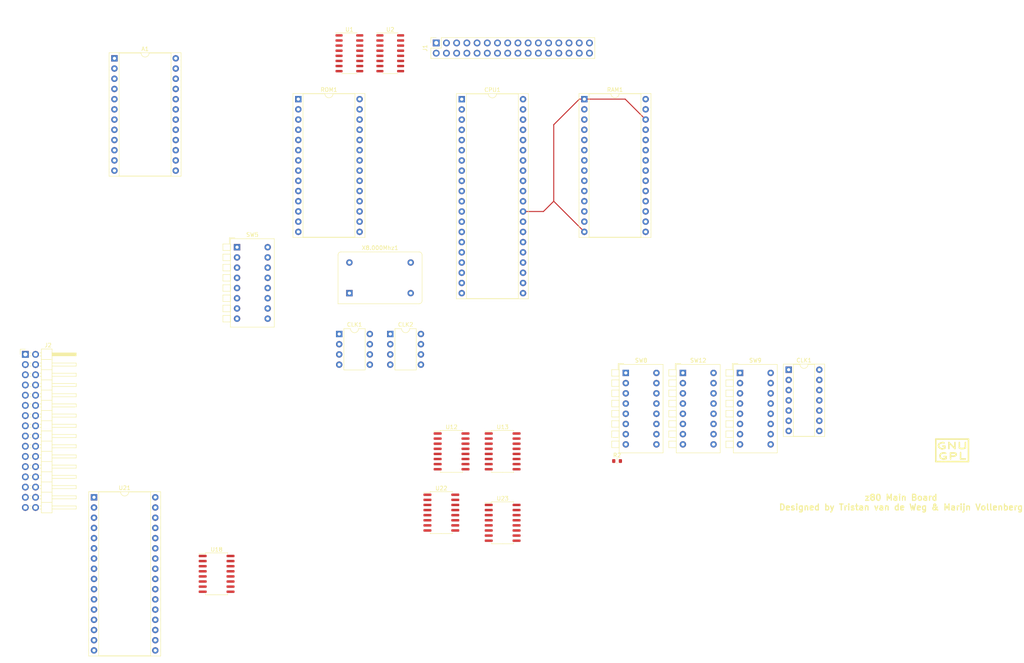
<source format=kicad_pcb>
(kicad_pcb (version 20211014) (generator pcbnew)
  (layers (0 "F.Cu" signal) (31 "B.Cu" signal) (34 "B.Paste" user) (35 "F.Paste" user) (36 "B.SilkS" user "B.Silkscreen") (37 "F.SilkS" user "F.Silkscreen") (38 "B.Mask" user) (39 "F.Mask" user) (44 "Edge.Cuts" user))
  (net 0 "")
  (net 5 "Net-(A1-Pad5)")
  (net 6 "Net-(A1-Pad6)")
  (net 9 "Net-(A1-Pad9)")
  (net 17 "Net-(A1-Pad17)")
  (net 18 "Net-(A1-Pad18)")
  (net 19 "Net-(A1-Pad19)")
  (net 20 "Net-(A1-Pad20)")
  (net 21 "Net-(A1-Pad21)")
  (net 22 "Net-(A1-Pad22)")
  (net 23 "Net-(A1-Pad23)")
  (net 24 "Net-(A1-Pad24)")
  (net 25 "Net-(A1-Pad26)")
  (net 26 "Net-(A1-Pad27)")
  (net 27 "Net-(A1-Pad28)")
  (net 28 "GND")
  (net 29 "Net-(C1-Pad1)")
  (net 30 "AdjClk")
  (net 31 "+5V")
  (net 32 "Net-(C5-Pad1)")
  (net 33 "Net-(CLK1-Pad7)")
  (net 34 "Net-(CLK2-Pad2)")
  (net 35 "ManClk")
  (net 36 "Net-(C6-Pad1)")
  (net 37 "Net-(C7-Pad2)")
  (net 38 "A11")
  (net 39 "A12")
  (net 40 "A13")
  (net 41 "A14")
  (net 42 "A15")
  (net 43 "Clock")
  (net 44 "D4")
  (net 45 "D3")
  (net 46 "D5")
  (net 47 "D6")
  (net 48 "D2")
  (net 49 "D7")
  (net 50 "D0")
  (net 51 "D1")
  (net 55 "MemReq")
  (net 56 "IOReq")
  (net 57 "RD")
  (net 58 "WR")
  (net 62 "Net-(CPU1-Pad26)")
  (net 65 "A0")
  (net 66 "A1")
  (net 67 "A2")
  (net 68 "A3")
  (net 69 "A4")
  (net 70 "A5")
  (net 71 "A6")
  (net 72 "A7")
  (net 73 "A8")
  (net 74 "A9")
  (net 75 "A10")
  (net 89 "PWR")
  (net 90 "/RST")
  (net 91 "/IO")
  (net 92 "/MEM")
  (net 108 "Net-(RAM1-Pad20)")
  (net 110 "PA12")
  (net 111 "PA7")
  (net 112 "PA6")
  (net 113 "PA5")
  (net 114 "PA4")
  (net 115 "PA3")
  (net 116 "PA2")
  (net 117 "PA1")
  (net 118 "PA0")
  (net 119 "PD0")
  (net 120 "PD1")
  (net 121 "PD2")
  (net 122 "PD3")
  (net 123 "PD4")
  (net 124 "PD5")
  (net 125 "PD6")
  (net 126 "PD7")
  (net 127 "Net-(ROM1-Pad20)")
  (net 128 "PA10")
  (net 129 "PRD")
  (net 130 "PA11")
  (net 131 "PA9")
  (net 132 "PA8")
  (net 134 "Net-(CLK1-Pad1)")
  (net 135 "Net-(CLK1-Pad8)")
  (net 136 "/ManClk")
  (net 141 "Net-(U1-Pad9)")
  (net 142 "Net-(SW14-Pad1)")
  (net 143 "Net-(SW15-Pad1)")
  (net 144 "Net-(SW16-Pad1)")
  (net 145 "Net-(SW17-Pad1)")
  (net 146 "Net-(SW18-Pad1)")
  (net 151 "Net-(SW19-Pad1)")
  (net 152 "Net-(R8-Pad1)")
  (net 153 "Net-(SW20-Pad1)")
  (net 154 "Net-(SW13-Pad1)")
  (net 159 "Net-(U12-Pad9)")
  (net 166 "Net-(SW22-Pad1)")
  (net 167 "/Clk")
  (net 172 "Net-(U13-Pad9)")
  (net 179 "Net-(SW23-Pad1)")
  (net 180 "Net-(U18-Pad2)")
  (net 183 "Net-(U18-Pad5)")
  (net 185 "Net-(U18-Pad7)")
  (net 187 "Net-(U18-Pad10)")
  (net 215 "Net-(R11-Pad1)")
  (net 216 "Net-(R12-Pad1)")
  (net 217 "Out0")
  (net 218 "Net-(SW24-Pad1)")
  (net 219 "Net-(SW25-Pad1)")
  (net 220 "Out1")
  (net 221 "Net-(SW21-Pad1)")
  (net 222 "Out2")
  (net 223 "Out3")
  (net 224 "Net-(R10-Pad2)")
  (net 227 "Net-(R13-Pad1)")
  (net 228 "Out4")
  (net 229 "Net-(R9-Pad2)")
  (net 230 "Net-(R21-Pad1)")
  (net 231 "Out5")
  (net 232 "Net-(R20-Pad2)")
  (net 233 "Out6")
  (net 234 "Out7")
  (net 235 "Net-(R18-Pad2)")
  (net 238 "Net-(R16-Pad2)")
  (net 239 "Net-(R17-Pad2)")
  (net 240 "Net-(R23-Pad1)")
  (net 241 "Net-(R22-Pad2)")
  (net 242 "Net-(R19-Pad2)")
  (net 243 "Net-(R15-Pad2)")
  (net 244 "Net-(R14-Pad2)")
  (net 245 "/FstClk")
  (footprint "Package_SO:SO-16_5.3x10.2mm_P1.27mm" (layer "F.Cu") (at 127 154.94)
    (fp_text reference "U22")
    (fp_text value "74LS174")
  )
  (footprint "Package_DIP:DIP-8_W7.62mm" (layer "F.Cu") (at 101.6 110.5)
    (fp_text reference "CLK1")
    (fp_text value "NE555P")
  )
  (footprint "Package_DIP:DIP-40_W15.24mm_Socket" (layer "F.Cu") (at 132.075 52.075)
    (fp_text reference "CPU1")
    (fp_text value "Z84C0010PEG")
  )
  (footprint "Package_SO:SO-16_5.3x10.2mm_P1.27mm" (layer "F.Cu") (at 129.54 139.7)
    (fp_text reference "U12")
    (fp_text value "74LS174")
  )
  (footprint "Package_SO:SO-16_5.3x10.2mm_P1.27mm" (layer "F.Cu") (at 142.24 139.7)
    (fp_text reference "U13")
    (fp_text value "74LS174")
  )
  (footprint "Button_Switch_THT:SW_DIP_SPSTx08_Piano_10.8x21.88mm_W7.62mm_P2.54mm" (layer "F.Cu") (at 172.86 120.18)
    (fp_text reference "SW8")
    (fp_text value "SW_DIP_x08")
  )
  (footprint "Package_DIP:DIP-8_W7.62mm" (layer "F.Cu") (at 114.3 110.5)
    (fp_text reference "CLK2")
    (fp_text value "NE555P")
  )
  (footprint "Package_DIP:DIP-28_W15.24mm_Socket" (layer "F.Cu") (at 162.555 52.055)
    (fp_text reference "RAM1")
    (fp_text value "HM62256BLP")
  )
  (footprint "Button_Switch_THT:SW_DIP_SPSTx08_Piano_10.8x21.88mm_W7.62mm_P2.54mm" (layer "F.Cu") (at 201.26 120.18)
    (fp_text reference "SW9")
    (fp_text value "SW_DIP_x08")
  )
  (footprint "Package_SO:SO-16_5.3x10.2mm_P1.27mm" (layer "F.Cu") (at 142.24 157.48)
    (fp_text reference "U23")
    (fp_text value "74LS174")
  )
  (footprint "Package_DIP:DIP-28_W15.24mm_Socket" (layer "F.Cu") (at 91.435 52.055)
    (fp_text reference "ROM1")
    (fp_text value "AT28C64B-15SU")
  )
  (footprint "Resistor_SMD:R_0603_1608Metric" (layer "F.Cu") (at 170.69 142.11)
    (fp_text reference "R2")
    (fp_text value "1K")
  )
  (footprint "Footprints:Symbol_GNU-GPL_SilkscreenFront_Small" (layer "F.Cu") (at 254 139.7)
    (fp_text reference "REF**" hide)
    (fp_text value "Symbol_GNU-GPL_SilkscreenFront_Small" hide)
  )
  (footprint "Connector_PinSocket_2.54mm:PinSocket_2x16_P2.54mm_Vertical" (layer "F.Cu") (at 125.725 38.075 90)
    (fp_text reference "J1")
    (fp_text value "Conn_02x16_Counter_Clockwise")
  )
  (footprint "Package_SO:SO-16_5.3x10.2mm_P1.27mm" (layer "F.Cu") (at 71.12 170.18)
    (fp_text reference "U18")
    (fp_text value "74LS174")
  )
  (footprint "Package_DIP:DIP-14_W7.62mm_Socket" (layer "F.Cu") (at 213.36 119.38)
    (fp_text reference "CLK1")
    (fp_text value "NE556")
  )
  (footprint "Package_DIP:DIP-24_W15.24mm_Socket" (layer "F.Cu") (at 45.715 41.905)
    (fp_text reference "A1")
    (fp_text value "32U4 Arduino")
  )
  (footprint "Button_Switch_THT:SW_DIP_SPSTx08_Piano_10.8x21.88mm_W7.62mm_P2.54mm" (layer "F.Cu") (at 76.2 88.9)
    (fp_text reference "SW5")
    (fp_text value "SW_DIP_x08")
  )
  (footprint "Button_Switch_THT:SW_DIP_SPSTx08_Piano_10.8x21.88mm_W7.62mm_P2.54mm" (layer "F.Cu") (at 187.06 120.18)
    (fp_text reference "SW12")
    (fp_text value "SW_DIP_x08")
  )
  (footprint "Package_SO:SO-16_3.9x9.9mm_P1.27mm" (layer "F.Cu") (at 114.3 40.64)
    (fp_text reference "U2")
    (fp_text value "74HC595")
  )
  (footprint "Oscillator:Oscillator_DIP-14" (layer "F.Cu") (at 104.14 100.33)
    (fp_text reference "X8.000Mhz1")
    (fp_text value "TFT680")
  )
  (footprint "Connector_PinHeader_2.54mm:PinHeader_2x16_P2.54mm_Horizontal" (layer "F.Cu") (at 23.565 115.565)
    (fp_text reference "J2")
    (fp_text value "Conn_02x16_Counter_Clockwise")
  )
  (footprint "Package_SO:SO-16_3.9x9.9mm_P1.27mm" (layer "F.Cu") (at 104.14 40.64)
    (fp_text reference "U1")
    (fp_text value "74HC595")
  )
  (footprint "Package_DIP:DIP-32_W15.24mm_Socket" (layer "F.Cu") (at 40.635 151.13)
    (fp_text reference "U21")
    (fp_text value "SST39SF040")
  )
  (gr_text "z80 Main Board\nDesigned by Tristan van de Weg & Marijn Vollenberg" (at 241.3 152.4) (layer "F.SilkS") (effects (font (size 1.5 1.5) (thickness 0.3))))
  (segment (start 161.305 52.055) (end 154.94 58.42) (width 0.25) (layer "F.Cu") (net 28))
  (segment (start 154.94 77.46) (end 162.555 85.075) (width 0.25) (layer "F.Cu") (net 28))
  (segment (start 162.555 52.055) (end 161.305 52.055) (width 0.25) (layer "F.Cu") (net 28))
  (segment (start 154.94 77.46) (end 152.385 80.015) (width 0.25) (layer "F.Cu") (net 28))
  (segment (start 152.385 80.015) (end 147.315 80.015) (width 0.25) (layer "F.Cu") (net 28))
  (segment (start 162.555 52.055) (end 172.715 52.055) (width 0.25) (layer "F.Cu") (net 28))
  (segment (start 172.715 52.055) (end 177.795 57.135) (width 0.25) (layer "F.Cu") (net 28))
  (segment (start 154.94 58.42) (end 154.94 77.46) (width 0.25) (layer "F.Cu") (net 28))
)
</source>
